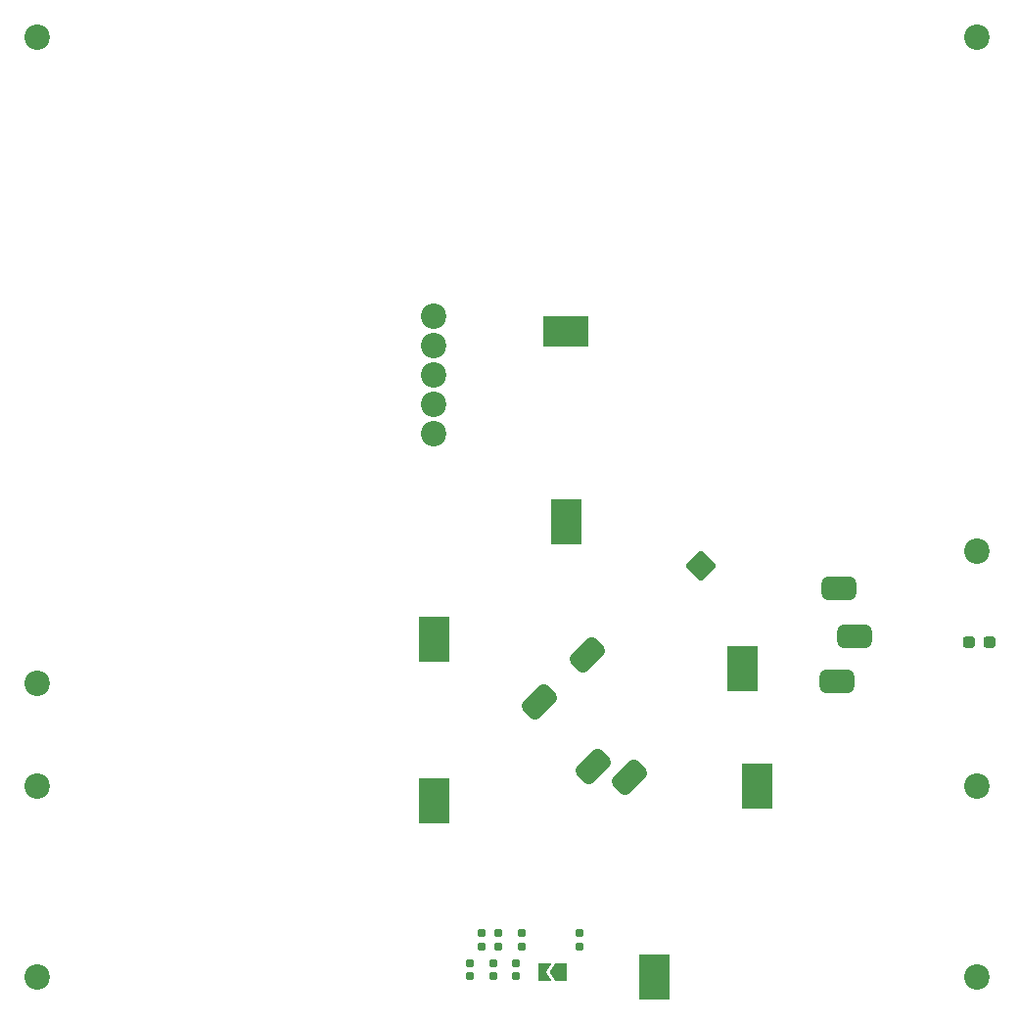
<source format=gbr>
%TF.GenerationSoftware,KiCad,Pcbnew,8.0.6-hq-2-g3d73d9976a*%
%TF.CreationDate,2024-12-20T20:58:29+08:00*%
%TF.ProjectId,DemoBoard_SensorForTemp&Rh_IntegratedWithMCU,44656d6f-426f-4617-9264-5f53656e736f,rev?*%
%TF.SameCoordinates,Original*%
%TF.FileFunction,Soldermask,Bot*%
%TF.FilePolarity,Negative*%
%FSLAX46Y46*%
G04 Gerber Fmt 4.6, Leading zero omitted, Abs format (unit mm)*
G04 Created by KiCad (PCBNEW 8.0.6-hq-2-g3d73d9976a) date 2024-12-20 20:58:29*
%MOMM*%
%LPD*%
G01*
G04 APERTURE LIST*
G04 Aperture macros list*
%AMRoundRect*
0 Rectangle with rounded corners*
0 $1 Rounding radius*
0 $2 $3 $4 $5 $6 $7 $8 $9 X,Y pos of 4 corners*
0 Add a 4 corners polygon primitive as box body*
4,1,4,$2,$3,$4,$5,$6,$7,$8,$9,$2,$3,0*
0 Add four circle primitives for the rounded corners*
1,1,$1+$1,$2,$3*
1,1,$1+$1,$4,$5*
1,1,$1+$1,$6,$7*
1,1,$1+$1,$8,$9*
0 Add four rect primitives between the rounded corners*
20,1,$1+$1,$2,$3,$4,$5,0*
20,1,$1+$1,$4,$5,$6,$7,0*
20,1,$1+$1,$6,$7,$8,$9,0*
20,1,$1+$1,$8,$9,$2,$3,0*%
%AMFreePoly0*
4,1,6,1.000000,0.000000,0.500000,-0.750000,-0.500000,-0.750000,-0.500000,0.750000,0.500000,0.750000,1.000000,0.000000,1.000000,0.000000,$1*%
%AMFreePoly1*
4,1,6,0.500000,-0.750000,-0.650000,-0.750000,-0.150000,0.000000,-0.650000,0.750000,0.500000,0.750000,0.500000,-0.750000,0.500000,-0.750000,$1*%
G04 Aperture macros list end*
%ADD10C,0.100000*%
%ADD11C,2.200000*%
%ADD12RoundRect,0.250000X-1.060660X0.000000X0.000000X-1.060660X1.060660X0.000000X0.000000X1.060660X0*%
%ADD13RoundRect,0.155000X0.155000X-0.212500X0.155000X0.212500X-0.155000X0.212500X-0.155000X-0.212500X0*%
%ADD14RoundRect,0.500000X1.000000X0.500000X-1.000000X0.500000X-1.000000X-0.500000X1.000000X-0.500000X0*%
%ADD15FreePoly0,180.000000*%
%ADD16FreePoly1,180.000000*%
%ADD17RoundRect,0.500000X0.353553X1.060660X-1.060660X-0.353553X-0.353553X-1.060660X1.060660X0.353553X0*%
%ADD18RoundRect,0.237500X0.287500X0.237500X-0.287500X0.237500X-0.287500X-0.237500X0.287500X-0.237500X0*%
%ADD19RoundRect,0.500000X-0.353553X-1.060660X1.060660X0.353553X0.353553X1.060660X-1.060660X-0.353553X0*%
%ADD20RoundRect,0.500000X-1.000000X-0.500000X1.000000X-0.500000X1.000000X0.500000X-1.000000X0.500000X0*%
G04 APERTURE END LIST*
D10*
X132080000Y-133985000D02*
X134620000Y-133985000D01*
X134620000Y-137795000D01*
X132080000Y-137795000D01*
X132080000Y-133985000D01*
G36*
X132080000Y-133985000D02*
G01*
X134620000Y-133985000D01*
X134620000Y-137795000D01*
X132080000Y-137795000D01*
X132080000Y-133985000D01*
G37*
X139700000Y-107315000D02*
X142240000Y-107315000D01*
X142240000Y-111125000D01*
X139700000Y-111125000D01*
X139700000Y-107315000D01*
G36*
X139700000Y-107315000D02*
G01*
X142240000Y-107315000D01*
X142240000Y-111125000D01*
X139700000Y-111125000D01*
X139700000Y-107315000D01*
G37*
X140970000Y-117475000D02*
X143510000Y-117475000D01*
X143510000Y-121285000D01*
X140970000Y-121285000D01*
X140970000Y-117475000D01*
G36*
X140970000Y-117475000D02*
G01*
X143510000Y-117475000D01*
X143510000Y-121285000D01*
X140970000Y-121285000D01*
X140970000Y-117475000D01*
G37*
X113030000Y-104775000D02*
X115570000Y-104775000D01*
X115570000Y-108585000D01*
X113030000Y-108585000D01*
X113030000Y-104775000D01*
G36*
X113030000Y-104775000D02*
G01*
X115570000Y-104775000D01*
X115570000Y-108585000D01*
X113030000Y-108585000D01*
X113030000Y-104775000D01*
G37*
X124460000Y-94615000D02*
X127000000Y-94615000D01*
X127000000Y-98425000D01*
X124460000Y-98425000D01*
X124460000Y-94615000D01*
G36*
X124460000Y-94615000D02*
G01*
X127000000Y-94615000D01*
X127000000Y-98425000D01*
X124460000Y-98425000D01*
X124460000Y-94615000D01*
G37*
X123825000Y-78740000D02*
X127635000Y-78740000D01*
X127635000Y-81280000D01*
X123825000Y-81280000D01*
X123825000Y-78740000D01*
G36*
X123825000Y-78740000D02*
G01*
X127635000Y-78740000D01*
X127635000Y-81280000D01*
X123825000Y-81280000D01*
X123825000Y-78740000D01*
G37*
X113030000Y-118745000D02*
X115570000Y-118745000D01*
X115570000Y-122555000D01*
X113030000Y-122555000D01*
X113030000Y-118745000D01*
G36*
X113030000Y-118745000D02*
G01*
X115570000Y-118745000D01*
X115570000Y-122555000D01*
X113030000Y-122555000D01*
X113030000Y-118745000D01*
G37*
D11*
%TO.C,TP7*%
X114300000Y-81280000D03*
%TD*%
%TO.C,TP10*%
X114300000Y-86360000D03*
%TD*%
%TO.C,REF\u002A\u002A*%
X161290000Y-119380000D03*
%TD*%
%TO.C,TP9*%
X114300000Y-88900000D03*
%TD*%
%TO.C,REF\u002A\u002A*%
X80010000Y-110490000D03*
%TD*%
%TO.C,REF\u002A\u002A*%
X161290000Y-99060000D03*
%TD*%
%TO.C,REF\u002A\u002A*%
X161290000Y-135890000D03*
%TD*%
%TO.C,TP8*%
X114300000Y-83820000D03*
%TD*%
%TO.C,REF\u002A\u002A*%
X80010000Y-119380000D03*
%TD*%
D12*
%TO.C,U4*%
X137440051Y-100330000D03*
%TD*%
D11*
%TO.C,REF\u002A\u002A*%
X161290000Y-54610000D03*
%TD*%
%TO.C,REF\u002A\u002A*%
X80010000Y-135890000D03*
%TD*%
%TO.C,REF\u002A\u002A*%
X80010000Y-54610000D03*
%TD*%
%TO.C,TP6*%
X114300000Y-78740000D03*
%TD*%
D13*
%TO.C,C7*%
X118440000Y-133231700D03*
X118440000Y-132096700D03*
%TD*%
D14*
%TO.C,SCL*%
X149352000Y-102285800D03*
%TD*%
D15*
%TO.C,JP3*%
X125349000Y-135509000D03*
D16*
X123899000Y-135509000D03*
%TD*%
D17*
%TO.C,SDA*%
X127635000Y-108077000D03*
%TD*%
D18*
%TO.C,C3*%
X162419000Y-106944000D03*
X160669000Y-106944000D03*
%TD*%
D13*
%TO.C,C10*%
X121440000Y-135822500D03*
X121440000Y-134687500D03*
%TD*%
D17*
%TO.C,SCK*%
X123444000Y-112141000D03*
%TD*%
D13*
%TO.C,C17*%
X126940000Y-133231700D03*
X126940000Y-132096700D03*
%TD*%
D19*
%TO.C,nCS*%
X131254500Y-118618000D03*
%TD*%
D13*
%TO.C,C9*%
X119940000Y-133231700D03*
X119940000Y-132096700D03*
%TD*%
D20*
%TO.C,SDA*%
X149225000Y-110312200D03*
%TD*%
D13*
%TO.C,C8*%
X119440000Y-135822500D03*
X119440000Y-134687500D03*
%TD*%
D17*
%TO.C,BUSY*%
X128079500Y-117665500D03*
%TD*%
D14*
%TO.C,SCL*%
X150749000Y-106426000D03*
%TD*%
D13*
%TO.C,C6*%
X117440000Y-135822500D03*
X117440000Y-134687500D03*
%TD*%
%TO.C,C16*%
X121940000Y-133231700D03*
X121940000Y-132096700D03*
%TD*%
M02*

</source>
